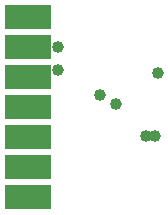
<source format=gbs>
G75*
%MOIN*%
%OFA0B0*%
%FSLAX25Y25*%
%IPPOS*%
%LPD*%
%AMOC8*
5,1,8,0,0,1.08239X$1,22.5*
%
%ADD10R,0.15800X0.08400*%
%ADD11C,0.03975*%
D10*
X0020500Y0006800D03*
X0020500Y0016800D03*
X0020500Y0026800D03*
X0020500Y0036800D03*
X0020500Y0046800D03*
X0020500Y0056800D03*
X0020500Y0066800D03*
D11*
X0030500Y0056800D03*
X0030500Y0049300D03*
X0044500Y0040800D03*
X0050000Y0037800D03*
X0060000Y0027300D03*
X0063000Y0027300D03*
X0064000Y0048300D03*
M02*

</source>
